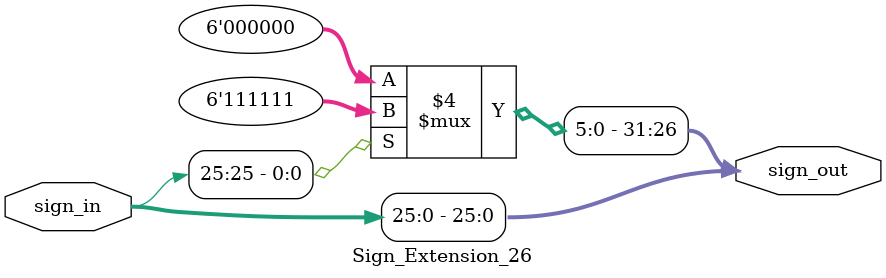
<source format=v>
module single_c_Proc(reset, clk, W_PC_out, instruction, W_RD1, W_RD2, W_m1, W_m2, W_ALUout, W_MemtoReg,Jump);
    input reset, clk;
    output [31:0] W_PC_out, instruction, W_RD1, W_RD2, W_m1, W_m2, W_ALUout, W_MemtoReg;
    output Jump;
    
    wire [31:0] W_PC_in, W_PC_out, W_PC_plus_1, W_Branch_add, W_RDm,W4,W_Jump_PC;
    wire [4:0] W_m3;
    wire [2:0] ALUop;
    wire PC_Src, RegDst, RegWrite, ALU_Src, zero, MemRead, MemWrite, MemtoReg;

    Program_Counter     C1(clk, reset, W_PC_in, W_PC_out);
    Adder32Bit          C2(W_PC_out, 32'b1, W_PC_plus_1);
    Mux_32_bit          C3(W_PC_plus_1, W_m2, W4, PC_Src);
    Adder32Bit          C4(W_PC_plus_1, W_Branch_add, W_m2);
    Instruction_Memory  C5(W_PC_out, instruction, reset);
    Mux_5_bit           C13(instruction[20:16], instruction[15:11], W_m3, RegDst);
    Register_File       C6(clk,instruction[25:21], instruction[20:16], W_m3, W_RD1, W_RD2, W_MemtoReg, RegWrite);
    Sign_Extension      C7(instruction[15:0], W_Branch_add);
    Mux_32_bit          C8(W_RD2, W_Branch_add, W_m1, ALU_Src);
    alu                 C9(ALUop, W_RD1, W_m1, W_ALUout, zero);
    Data_Memory         C10(W_ALUout, W_RD2, W_RDm, MemRead, MemWrite);
    Mux_32_bit          C11(W_ALUout, W_RDm, W_MemtoReg, MemtoReg);
    Control             C12(clk, instruction[31:26],instruction[5:0], RegDst, PC_Src, MemRead, MemtoReg, ALUop, MemWrite, ALU_Src, RegWrite, zero,Jump);
    Sign_Extension_26   C14(instruction[25:0], W_Jump_PC);
    Mux_32_bit          C15(W4, W_Jump_PC, W_PC_in, Jump);
    
endmodule

module Control(clk,Op_intstruct,ints_function,RegDst,PcScrc,MemRead,MemtoReg,ALUOp,MemWrite,ALUSrc,RegWrite,Zero,Jump);
    input clk,Zero;
    input [5:0] ints_function;
    input [5:0] Op_intstruct;
    output reg RegDst,PcScrc,MemRead,MemtoReg,Jump;
    output reg [2:0] ALUOp;
    output reg MemWrite,ALUSrc,RegWrite;
    always @(posedge clk or Op_intstruct or Zero or ints_function)
    begin
        case(Op_intstruct)
            6'b000000:   // R -Type Instruction
                begin
                    RegDst=1;
                    Jump=0;
                    PcScrc=0;
                    MemRead=0;
                    MemtoReg=0;
                    MemWrite=0;
                    ALUSrc=0;
                    RegWrite=1;
                    ALUOp =3'b000;
                    if(ints_function==6'b100000) // add
                            ALUOp =3'b000;
                                  
                    if(ints_function==6'b100010) // sub 
                            ALUOp =3'b001;
                                   
                    if(ints_function==6'b100100) // and
                            ALUOp =3'b010;
                                   
                    if(ints_function==6'b100101) // or
                            ALUOp =3'b010;
                end
            6'b000100: // beq instruction
                begin
                    RegDst=0;
                    Jump=0;
                    if (Zero==1) begin
                                    PcScrc=1;
                                end 
                    else        begin
                                    PcScrc=0;
                                end
                    MemRead=0;
                    MemtoReg=0;
                    ALUOp =3'b111;
                    MemWrite=0;
                    ALUSrc=0;
                    RegWrite=0;
                  //  $display("beq");
                end
            
            6'b100011:  //load word instruction
                begin
                    RegDst=0;
                    Jump=0;
                    PcScrc=0;
                    MemRead=1;
                    MemtoReg=1;
                    ALUOp =3'b000;
                    MemWrite=0;
                    ALUSrc=1;
                    RegWrite=1;
                  //    $display("LW");
                end
            
            6'b101011: // Store Instruction
                begin
                    RegDst=0;
                    PcScrc=0;
                    Jump=0;
                    MemRead=0;
                    MemtoReg=0;
                    ALUOp =3'b000;
                    MemWrite=1;
                    ALUSrc=1;
                    RegWrite=0;
                  //  $display("SW");
                end
             6'b001000: // addi Instruction
                begin
                    RegDst=0;
                    Jump=0;
                    PcScrc=0;
                    MemRead=0;
                    MemtoReg=0;
                    ALUOp =3'b000;
                    MemWrite=0;
                    ALUSrc=1;
                    RegWrite=1;
                  //    $display("addi");
                end
                
            6'b100010: // jump Instruction
                begin
                    RegDst=0;
                    Jump=1;
                    PcScrc=0;
                    MemRead=0;
                    MemtoReg=0;
                    ALUOp =3'b000;
                    MemWrite=0;
                    ALUSrc=1;
                    RegWrite=1;
                 //   $display("Jump");
                end
            6'b000101:  //bne
                begin
                    RegDst=0;
                    Jump=0;
                    if (Zero==0) begin
                                    PcScrc=1;
                                end 
                    else        begin
                                    PcScrc=0;
                                end
                    MemRead=0;
                    MemtoReg=0;
                    ALUOp =3'b111;
                    MemWrite=0;
                    ALUSrc=0;
                    RegWrite=0;
                  //  $display("brne");
                end
                
            default :
                begin
                    RegDst=1;
                    PcScrc=0;
                    Jump=0;
                    MemRead=0;
                    MemRead=0;
                    MemtoReg=0;
                    ALUOp =3'b000;
                    MemWrite=0;
                    ALUSrc=0;
                    RegWrite=1;
                end
        endcase
    end



endmodule

module Program_Counter (clk, reset, PC_in, PC_out);
	input clk, reset;
	input [31:0] PC_in;
	output reg [31:0] PC_out;
	always @ (posedge clk or posedge reset)
	begin
		if(reset==1'b1)
			PC_out<=0;
		else
			PC_out<=PC_in;
	end
endmodule

module Adder32Bit(input1, input2, out);
    input [31:0] input1, input2;
    output [31:0] out;
    reg [31:0]out;
    always@( input1 or input2)
        begin
            out <= input1 + input2;
        end
endmodule

module alu(
	input [2:0] alufn,
	input [31:0] ra,
	input [31:0] rb_or_imm,
	output reg [31:0] aluout,
	output reg zero);
	parameter	ALU_OP_ADD	    = 3'b000,
			    ALU_OP_SUB	    = 3'b001,
			    ALU_OP_AND	    = 3'b010,
			    ALU_OP_OR		= 3'b011,
			    ALU_OP_XOR	    = 3'b100,
			    ALU_OP_LW		= 3'b101,
			    ALU_OP_SW		= 3'b110,
			    ALU_OP_BEQ	    = 3'b111;

always @(*) 
begin
		case(alufn)
			ALU_OP_ADD 	    : aluout = ra + rb_or_imm;
			ALU_OP_SUB 	    : aluout = ra - rb_or_imm;
			ALU_OP_AND 	    : aluout = ra & rb_or_imm;
			ALU_OP_OR	    : aluout = ra | rb_or_imm;
			ALU_OP_XOR	    : aluout = ra ^ rb_or_imm;
			ALU_OP_LW	    : aluout = ra + rb_or_imm;
			ALU_OP_SW	    : aluout = ra + rb_or_imm;
			ALU_OP_BEQ	    : begin
					            zero = (ra==rb_or_imm)?1'b1:1'b0;
					            aluout = ra - rb_or_imm;
					          end
		endcase
end
endmodule
module Register_File (clk,read_addr_1, read_addr_2, write_addr, read_data_1, read_data_2, write_data, RegWrite);
	input [4:0] read_addr_1, read_addr_2, write_addr;
	input [31:0] write_data;
	input  clk,RegWrite;
	reg checkRegWrite;
	output reg [31:0] read_data_1, read_data_2;
	reg [31:0] Regfile [31:0];
	integer k;
	initial begin
	for (k=0; k<32; k=k+1) 
			begin
				Regfile[k] = 32'd10;
			end
	Regfile[0]=10;
    Regfile[8]=22;
    Regfile[9]=21;
    Regfile[5]=77;
    Regfile[7]=99;
    Regfile[21]=55;
    Regfile[20]=55;
    
	end
	
	//assign read_data_1 = Regfile[read_addr_1];
        always @(read_data_1 or Regfile[read_addr_1])
	        begin
	          if (read_addr_1 == 0) read_data_1 = 0;
	          else 
	          begin
	          read_data_1 = Regfile[read_addr_1];
	          //$display("read_addr_1=%d,read_data_1=%h",read_addr_1,read_data_1);
	          end
	        end
	//assign read_data_2 = Regfile[read_addr_2];
        always @(read_data_2 or Regfile[read_addr_2])
	        begin
	          if (read_addr_2 == 0) read_data_2 = 0;
	          else 
	          begin
	          read_data_2 = Regfile[read_addr_2];
	          //$display("read_addr_2=%d,read_data_2=%h",read_addr_2,read_data_2);
	          end
	        end
	always @(posedge clk)
	        begin
		      if (RegWrite == 1'b1)
		         begin 
		             Regfile[write_addr] = write_data;
		             $display("write_addr=%d write_data=%d",write_addr,write_data);
		         end
	        end
endmodule

module Data_Memory (addr, write_data, read_data, MemRead, MemWrite);
	input [31:0] addr;
	input [31:0] write_data;
	output [31:0] read_data;
	input MemRead, MemWrite;
	reg [31:0] DMemory [255:0];
	integer k;
	assign read_data = (MemRead) ? DMemory[addr] : 32'bx;
	initial begin
		for (k=0; k<64; k=k+1) 
            begin
		           DMemory[k] = 32'b0;
			end
		DMemory[11] = 99;
	end
	always @(*)
	begin
		if (MemWrite) DMemory[addr] = write_data;
	end
endmodule

module Sign_Extension (sign_in, sign_out);
	input [15:0] sign_in;
	output [31:0] sign_out;
	assign sign_out[15:0]=sign_in[15:0];
	assign sign_out[31:16]=sign_in[15]?16'b1111_1111_1111_1111:16'b0;
endmodule

module Mux_32_bit (in0, in1, mux_out, select);
	parameter N = 32;
	input [N-1:0] in0, in1;
	output [N-1:0] mux_out;
	input select;
	assign mux_out = select? in1: in0 ;
endmodule

module Mux_5_bit (in0, in1, mux_out, select);
	parameter N = 5;
	input [N-1:0] in0, in1;
	output [N-1:0] mux_out;
	input select;
	assign mux_out = select? in1: in0 ;
endmodule

module Instruction_Memory (read_address, instruction, reset);
	input reset;
	input [31:0] read_address;
	output [31:0] instruction;
	reg [31:0] Imemory [63:0];
	integer k;
	// I-MEM in this case is addressed by word, not by byte
	assign instruction = Imemory[read_address];
	always @(posedge reset)
	begin
	for (k=16; k<32; k=k+1) 
		begin  
		  // here Out changes k=0 to k=16
		  Imemory[k] = 32'b0;
		end
    
    //addi $s2, $zero, 0x01	// initialize count
    Imemory[0] = 32'b00100000000100100000000000000001;
    //addi $s3, $zero, 0x09	// initialize lim
    Imemory[1] = 32'b00100000000100110000000000001010;
    //addi $s4, $zero, 0x00	// initialize sum
    Imemory[2] = 32'b00100000000101000000000000000000;
    //beq  $s2, $s3,   0x03 // checking if count=lim to end 
    Imemory[3] = 32'b00010010010100110000000000000011;
    //add  $s4, $s2, $s4	// do the sum
    Imemory[4] = 32'b00000010010101001010000000100000;
    //addi $s2, $s2, 0x01   // increse counter
    Imemory[5] = 32'b00100010010100100000000000000001;
    //j 0x03                // checking branch condition
    Imemory[6] = 32'b10001000000000000000000000000011;
    //j 0x07 	            // end
    Imemory[7] = 32'b10001000000000000000000000000111;
    


    


	end
endmodule

module Sign_Extension_26 (sign_in, sign_out);
	input [25:0] sign_in;
	output [31:0] sign_out;
	assign sign_out[25:0]=sign_in[25:0];
	assign sign_out[31:26]=sign_in[25]?6'b111111:6'b0;
endmodule
</source>
